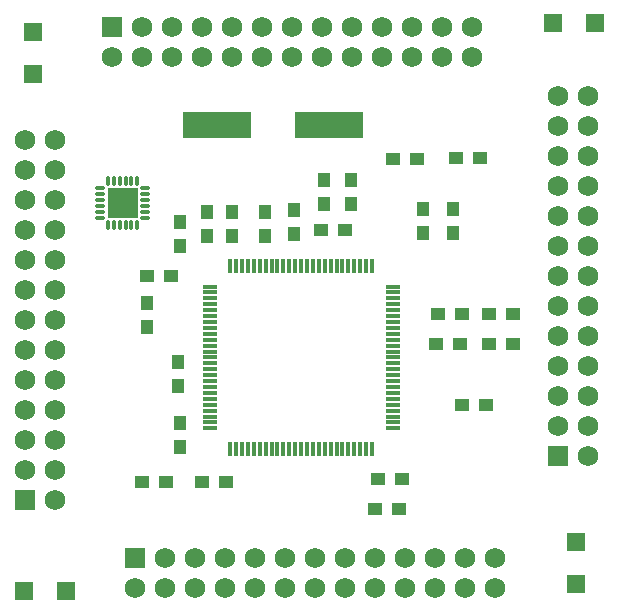
<source format=gts>
G04*
G04 #@! TF.GenerationSoftware,Altium Limited,Altium Designer,22.7.1 (60)*
G04*
G04 Layer_Color=8388736*
%FSLAX25Y25*%
%MOIN*%
G70*
G04*
G04 #@! TF.SameCoordinates,BF298F06-0039-4E40-975A-608DE0A09416*
G04*
G04*
G04 #@! TF.FilePolarity,Negative*
G04*
G01*
G75*
%ADD13R,0.22800X0.09100*%
%ADD14R,0.05118X0.01575*%
%ADD15R,0.01575X0.05118*%
G04:AMPARAMS|DCode=16|XSize=31.1mil|YSize=14.96mil|CornerRadius=3.35mil|HoleSize=0mil|Usage=FLASHONLY|Rotation=90.000|XOffset=0mil|YOffset=0mil|HoleType=Round|Shape=RoundedRectangle|*
%AMROUNDEDRECTD16*
21,1,0.03110,0.00827,0,0,90.0*
21,1,0.02441,0.01496,0,0,90.0*
1,1,0.00669,0.00413,0.01221*
1,1,0.00669,0.00413,-0.01221*
1,1,0.00669,-0.00413,-0.01221*
1,1,0.00669,-0.00413,0.01221*
%
%ADD16ROUNDEDRECTD16*%
G04:AMPARAMS|DCode=17|XSize=31.1mil|YSize=14.96mil|CornerRadius=3.35mil|HoleSize=0mil|Usage=FLASHONLY|Rotation=180.000|XOffset=0mil|YOffset=0mil|HoleType=Round|Shape=RoundedRectangle|*
%AMROUNDEDRECTD17*
21,1,0.03110,0.00827,0,0,180.0*
21,1,0.02441,0.01496,0,0,180.0*
1,1,0.00669,-0.01221,0.00413*
1,1,0.00669,0.01221,0.00413*
1,1,0.00669,0.01221,-0.00413*
1,1,0.00669,-0.01221,-0.00413*
%
%ADD17ROUNDEDRECTD17*%
G04:AMPARAMS|DCode=18|XSize=102.36mil|YSize=102.36mil|CornerRadius=4.43mil|HoleSize=0mil|Usage=FLASHONLY|Rotation=270.000|XOffset=0mil|YOffset=0mil|HoleType=Round|Shape=RoundedRectangle|*
%AMROUNDEDRECTD18*
21,1,0.10236,0.09350,0,0,270.0*
21,1,0.09350,0.10236,0,0,270.0*
1,1,0.00886,-0.04675,-0.04675*
1,1,0.00886,-0.04675,0.04675*
1,1,0.00886,0.04675,0.04675*
1,1,0.00886,0.04675,-0.04675*
%
%ADD18ROUNDEDRECTD18*%
%ADD19R,0.04737X0.03950*%
%ADD20R,0.03950X0.04737*%
%ADD21R,0.05918X0.05918*%
%ADD22R,0.05918X0.05918*%
%ADD23C,0.06800*%
%ADD24R,0.06800X0.06800*%
%ADD25R,0.06800X0.06800*%
D13*
X119200Y168500D02*
D03*
X81800D02*
D03*
D14*
X79488Y67378D02*
D03*
Y69346D02*
D03*
Y71315D02*
D03*
Y73283D02*
D03*
Y75252D02*
D03*
Y77220D02*
D03*
Y79189D02*
D03*
Y81157D02*
D03*
Y83126D02*
D03*
Y85094D02*
D03*
Y87063D02*
D03*
Y89031D02*
D03*
Y91000D02*
D03*
Y92968D02*
D03*
Y94937D02*
D03*
Y96905D02*
D03*
Y98874D02*
D03*
Y100842D02*
D03*
Y102811D02*
D03*
Y104780D02*
D03*
Y106748D02*
D03*
Y108716D02*
D03*
Y110685D02*
D03*
Y112654D02*
D03*
Y114622D02*
D03*
X140512Y69346D02*
D03*
Y71315D02*
D03*
Y73283D02*
D03*
Y75252D02*
D03*
Y77220D02*
D03*
Y79189D02*
D03*
Y81157D02*
D03*
Y83126D02*
D03*
Y85094D02*
D03*
Y87063D02*
D03*
Y89031D02*
D03*
Y91000D02*
D03*
Y92968D02*
D03*
Y94937D02*
D03*
Y96905D02*
D03*
Y98874D02*
D03*
Y100842D02*
D03*
Y102811D02*
D03*
Y104780D02*
D03*
Y106748D02*
D03*
Y108716D02*
D03*
Y110685D02*
D03*
Y112654D02*
D03*
Y114622D02*
D03*
Y67378D02*
D03*
D15*
X86378Y121512D02*
D03*
X88346D02*
D03*
X90315D02*
D03*
X92283D02*
D03*
X94252D02*
D03*
X96220D02*
D03*
X98189D02*
D03*
X100157D02*
D03*
X102126D02*
D03*
X104095D02*
D03*
X106063D02*
D03*
X108031D02*
D03*
X110000D02*
D03*
X111969D02*
D03*
X113937D02*
D03*
X115905D02*
D03*
X117874D02*
D03*
X119843D02*
D03*
X121811D02*
D03*
X123779D02*
D03*
X125748D02*
D03*
X127717D02*
D03*
X129685D02*
D03*
X131653D02*
D03*
X86378Y60488D02*
D03*
X133622D02*
D03*
X131653D02*
D03*
X129685D02*
D03*
X127717D02*
D03*
X125748D02*
D03*
X123779D02*
D03*
X121811D02*
D03*
X119843D02*
D03*
X117874D02*
D03*
X115905D02*
D03*
X113937D02*
D03*
X111969D02*
D03*
X110000D02*
D03*
X108031D02*
D03*
X106063D02*
D03*
X104095D02*
D03*
X102126D02*
D03*
X100157D02*
D03*
X98189D02*
D03*
X96220D02*
D03*
X94252D02*
D03*
X92283D02*
D03*
X90315D02*
D03*
X88346D02*
D03*
X133622Y121512D02*
D03*
D16*
X55421Y135020D02*
D03*
X53453D02*
D03*
X51484D02*
D03*
X49516D02*
D03*
X47547D02*
D03*
X45579D02*
D03*
X55421Y149980D02*
D03*
X53453D02*
D03*
X51484D02*
D03*
X49516D02*
D03*
X47547D02*
D03*
X45579D02*
D03*
D17*
X57980Y137579D02*
D03*
Y139547D02*
D03*
Y141516D02*
D03*
Y143484D02*
D03*
Y145453D02*
D03*
Y147421D02*
D03*
X43020D02*
D03*
Y145453D02*
D03*
Y143484D02*
D03*
Y141516D02*
D03*
Y139547D02*
D03*
Y137579D02*
D03*
D18*
X50500Y142500D02*
D03*
D19*
X180500Y95500D02*
D03*
X172500D02*
D03*
X155000D02*
D03*
X163000D02*
D03*
X180500Y105500D02*
D03*
X172500D02*
D03*
X155500D02*
D03*
X163500D02*
D03*
X169500Y157500D02*
D03*
X161500D02*
D03*
X140500Y157000D02*
D03*
X148500D02*
D03*
X116500Y133500D02*
D03*
X124500D02*
D03*
X171500Y75000D02*
D03*
X163500D02*
D03*
X66500Y118000D02*
D03*
X58500D02*
D03*
X57000Y49500D02*
D03*
X65000D02*
D03*
X135500Y50500D02*
D03*
X143500D02*
D03*
X142500Y40500D02*
D03*
X134500D02*
D03*
X77000Y49500D02*
D03*
X85000D02*
D03*
D20*
X160500Y132500D02*
D03*
Y140500D02*
D03*
X150500D02*
D03*
Y132500D02*
D03*
X126500Y142000D02*
D03*
Y150000D02*
D03*
X117500Y142000D02*
D03*
Y150000D02*
D03*
X107500Y132000D02*
D03*
Y140000D02*
D03*
X98000Y131500D02*
D03*
Y139500D02*
D03*
X87000D02*
D03*
Y131500D02*
D03*
X78500D02*
D03*
Y139500D02*
D03*
X69500Y128000D02*
D03*
Y136000D02*
D03*
X58500Y101000D02*
D03*
Y109000D02*
D03*
X69000Y89500D02*
D03*
Y81500D02*
D03*
X69500Y69000D02*
D03*
Y61000D02*
D03*
D21*
X31500Y13000D02*
D03*
X17500D02*
D03*
X208000Y202500D02*
D03*
X194000D02*
D03*
D22*
X20500Y199500D02*
D03*
Y185500D02*
D03*
X201500Y15500D02*
D03*
Y29500D02*
D03*
D23*
X57000Y201000D02*
D03*
X47000Y191000D02*
D03*
X57000D02*
D03*
X77000D02*
D03*
X87000D02*
D03*
X97000D02*
D03*
X107000D02*
D03*
X117000D02*
D03*
X127000D02*
D03*
X137000D02*
D03*
X147000D02*
D03*
X157000D02*
D03*
X167000D02*
D03*
X67000D02*
D03*
X77000Y201000D02*
D03*
X87000D02*
D03*
X97000D02*
D03*
X107000D02*
D03*
X117000D02*
D03*
X127000D02*
D03*
X137000D02*
D03*
X147000D02*
D03*
X157000D02*
D03*
X167000D02*
D03*
X67000D02*
D03*
X195500Y68000D02*
D03*
X205500Y58000D02*
D03*
Y68000D02*
D03*
Y88000D02*
D03*
Y98000D02*
D03*
Y108000D02*
D03*
Y118000D02*
D03*
Y128000D02*
D03*
Y138000D02*
D03*
Y148000D02*
D03*
Y158000D02*
D03*
Y168000D02*
D03*
Y178000D02*
D03*
Y78000D02*
D03*
X195500Y88000D02*
D03*
Y98000D02*
D03*
Y108000D02*
D03*
Y118000D02*
D03*
Y128000D02*
D03*
Y138000D02*
D03*
Y148000D02*
D03*
Y158000D02*
D03*
Y168000D02*
D03*
Y178000D02*
D03*
Y78000D02*
D03*
X64500Y24000D02*
D03*
X54500Y14000D02*
D03*
X64500D02*
D03*
X84500D02*
D03*
X94500D02*
D03*
X104500D02*
D03*
X114500D02*
D03*
X124500D02*
D03*
X134500D02*
D03*
X144500D02*
D03*
X154500D02*
D03*
X164500D02*
D03*
X174500D02*
D03*
X74500D02*
D03*
X84500Y24000D02*
D03*
X94500D02*
D03*
X104500D02*
D03*
X114500D02*
D03*
X124500D02*
D03*
X134500D02*
D03*
X144500D02*
D03*
X154500D02*
D03*
X164500D02*
D03*
X174500D02*
D03*
X74500D02*
D03*
X18000Y53500D02*
D03*
X28000Y43500D02*
D03*
Y53500D02*
D03*
Y73500D02*
D03*
Y83500D02*
D03*
Y93500D02*
D03*
Y103500D02*
D03*
Y113500D02*
D03*
Y123500D02*
D03*
Y133500D02*
D03*
Y143500D02*
D03*
Y153500D02*
D03*
Y163500D02*
D03*
Y63500D02*
D03*
X18000Y73500D02*
D03*
Y83500D02*
D03*
Y93500D02*
D03*
Y103500D02*
D03*
Y113500D02*
D03*
Y123500D02*
D03*
Y133500D02*
D03*
Y143500D02*
D03*
Y153500D02*
D03*
Y163500D02*
D03*
Y63500D02*
D03*
D24*
X47000Y201000D02*
D03*
X54500Y24000D02*
D03*
D25*
X195500Y58000D02*
D03*
X18000Y43500D02*
D03*
M02*

</source>
